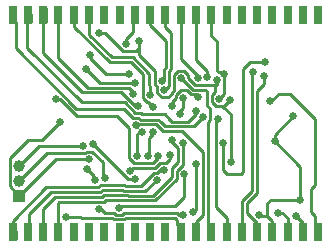
<source format=gbl>
G04*
G04 #@! TF.GenerationSoftware,Altium Limited,Altium Designer,20.0.2 (26)*
G04*
G04 Layer_Physical_Order=2*
G04 Layer_Color=16711680*
%FSLAX25Y25*%
%MOIN*%
G70*
G01*
G75*
%ADD11C,0.01000*%
%ADD35C,0.03937*%
%ADD36R,0.03937X0.03937*%
%ADD38C,0.02520*%
%ADD39R,0.03150X0.05906*%
D11*
X10913Y30078D02*
X25370D01*
X4189Y23354D02*
X10913Y30078D01*
X7114Y31941D02*
X11748D01*
X992Y25819D02*
X7114Y31941D01*
X992Y16551D02*
Y25819D01*
X39850Y65500D02*
X42250Y67900D01*
X53250Y56211D02*
Y64801D01*
X58776Y45286D02*
X59572Y46082D01*
X49506Y11795D02*
X56673Y18963D01*
X39819Y11795D02*
X49506D01*
X39764Y11850D02*
X39819Y11795D01*
X37378Y9772D02*
X55949D01*
X59033Y12856D01*
X3043Y-1075D02*
Y1756D01*
X1969Y4906D02*
X13180Y16117D01*
X7400Y7302D02*
X14615Y14517D01*
X16149Y12917D02*
X31837D01*
X12156Y8923D02*
X16149Y12917D01*
X17045Y10958D02*
X17404Y11317D01*
X7400Y1715D02*
Y7302D01*
X12156Y0D02*
Y8923D01*
X32414Y19236D02*
X32564Y19386D01*
X4189Y18354D02*
X13553Y27718D01*
X69658Y51920D02*
Y52205D01*
X54368Y25734D02*
Y26922D01*
X53007Y24373D02*
X54368Y25734D01*
X51197Y24373D02*
X53007D01*
X48785Y24223D02*
X50566Y26004D01*
X44364Y24223D02*
X48785D01*
X44359Y24219D02*
X44364Y24223D01*
X42404Y24219D02*
X44359D01*
X40740Y25883D02*
X42404Y24219D01*
X49448Y22623D02*
X51197Y24373D01*
X45026Y22623D02*
X49448D01*
X50111Y21023D02*
X51289Y22202D01*
X49090Y21023D02*
X50111D01*
X41737Y22324D02*
Y22623D01*
X41161Y21748D02*
X41737Y22324D01*
X45022Y22619D02*
X45026Y22623D01*
X41742Y22619D02*
X45022D01*
X41737Y22623D02*
X41742Y22619D01*
X69942Y51921D02*
Y51922D01*
Y51920D02*
Y51921D01*
X49282Y50711D02*
Y55021D01*
X50235Y47524D02*
Y49758D01*
X49282Y50711D02*
X50235Y49758D01*
X51642Y51689D02*
X51924D01*
X54238Y51049D02*
Y54330D01*
Y51049D02*
X54259Y51028D01*
Y49949D02*
Y51028D01*
X55838Y53667D02*
X57220Y55050D01*
X55838Y51712D02*
Y53667D01*
Y51712D02*
X55859Y51691D01*
Y48627D02*
Y51691D01*
X57977Y52690D02*
X58198D01*
X60558Y52469D02*
X62713Y50314D01*
X60558Y52469D02*
Y53667D01*
X59175Y55050D02*
X60558Y53667D01*
X57220Y55050D02*
X59175D01*
X52812Y48501D02*
X54259Y49949D01*
X54955Y47723D02*
X55859Y48627D01*
X47875Y46847D02*
Y49855D01*
X47682Y50049D02*
X47875Y49855D01*
X47059Y44487D02*
X48722Y42824D01*
X41450Y57850D02*
X45515Y53785D01*
Y45869D02*
Y53785D01*
X58009Y59081D02*
X64114Y52975D01*
X69429Y43634D02*
X69503D01*
X69824Y43313D01*
X71779D01*
X71829Y43362D01*
X72186Y43004D01*
X70802Y45673D02*
X70872D01*
X69942Y51920D02*
X69943Y51920D01*
X69942Y51922D02*
Y51996D01*
Y51922D02*
X69943Y51921D01*
X71746Y53850D02*
X72500D01*
X70920Y54675D02*
X71746Y53850D01*
X70525Y54675D02*
X70920D01*
X70000Y55200D02*
X70525Y54675D01*
X72500Y47300D02*
Y53850D01*
X69683Y51659D02*
X69943Y51920D01*
X69942Y51921D02*
X69943Y51921D01*
X66822Y52938D02*
Y54828D01*
X63690Y52674D02*
X63789D01*
X62713Y50314D02*
X69658D01*
X62050Y48714D02*
X66199D01*
X58158Y52606D02*
X62050Y48714D01*
X54259Y54351D02*
Y54958D01*
X54238Y54330D02*
X54259Y54351D01*
X63635Y46354D02*
Y46546D01*
X63023Y40878D02*
Y41634D01*
X62290Y36490D02*
X65350Y39550D01*
X67154Y1036D02*
Y38016D01*
X67710Y38572D01*
Y42461D01*
X69634Y38035D02*
X70555Y38957D01*
X69634Y9713D02*
Y38035D01*
X57650Y40450D02*
Y41550D01*
X55110Y38090D02*
X60490D01*
X52714Y36490D02*
X62290D01*
X58410Y34890D02*
X65293Y28007D01*
X52052Y34890D02*
X58410D01*
X49832Y37110D02*
X52052Y34890D01*
X66746Y43424D02*
Y48167D01*
X66199Y48714D02*
X66746Y48167D01*
X58915Y46082D02*
X59572D01*
X54959Y43356D02*
Y44434D01*
X48639Y42800D02*
X48699D01*
X42823Y43198D02*
X43919D01*
X39266Y44492D02*
X42920Y40838D01*
X39106Y42390D02*
X42257Y39238D01*
X52595Y48501D02*
X52812D01*
X50235Y47524D02*
X51618Y46142D01*
X45515Y45869D02*
X46898Y44487D01*
X54959Y44434D02*
X56555Y46030D01*
Y47060D01*
X57937Y48442D01*
X53734Y46142D02*
X54955Y47362D01*
Y47723D01*
X69942Y51921D02*
X69943Y51920D01*
X63023Y40878D02*
X63150Y40750D01*
X57937Y48442D02*
X60059D01*
X46898Y44487D02*
X47059D01*
X48699Y42800D02*
X48722Y42824D01*
X13232Y71169D02*
Y75878D01*
X38193Y47828D02*
X42823Y43198D01*
X25122Y47828D02*
X38193D01*
X52760Y40440D02*
X54223Y38977D01*
X59572Y46082D02*
X59579Y46090D01*
X58776Y42676D02*
Y45286D01*
X57650Y41550D02*
X58776Y42676D01*
X57894Y52606D02*
X58158D01*
X42920Y40838D02*
X44712D01*
X42257Y39238D02*
X44049D01*
X60059Y48442D02*
X61387Y47114D01*
X51618Y46142D02*
X53734D01*
X61387Y47114D02*
X63067D01*
X44049Y39238D02*
X44578Y38710D01*
X63789Y52674D02*
X63801Y52686D01*
X63813Y52674D01*
X44712Y40838D02*
X45110Y40440D01*
X63067Y47114D02*
X63635Y46546D01*
X69658Y50314D02*
X69658Y51920D01*
X69943Y50345D02*
Y51920D01*
X43100Y36775D02*
Y36850D01*
X36807Y39949D02*
X40740Y36016D01*
Y25883D02*
Y36016D01*
X68442Y46973D02*
X69429Y47960D01*
X68442Y46579D02*
Y46973D01*
X68440Y46578D02*
X68442Y46579D01*
X68440Y44622D02*
Y46578D01*
Y44622D02*
X69429Y43634D01*
X72186Y43004D02*
X74400Y45218D01*
X72186Y43004D02*
X74630Y40561D01*
X69429Y47960D02*
Y49831D01*
X70872Y45673D02*
X72500Y47300D01*
X69429Y49831D02*
X69943Y50345D01*
X66746Y43424D02*
X67710Y42461D01*
X63813Y52674D02*
X64114Y52975D01*
X90225Y7732D02*
X90482Y7990D01*
X28652Y30766D02*
X40462Y18955D01*
X30784Y8914D02*
Y8935D01*
X30764Y8956D02*
X30784Y8935D01*
X30764Y8956D02*
X31174Y9366D01*
X24756Y6100D02*
X35087D01*
X41752Y16650D02*
X41807Y16596D01*
X39546Y16650D02*
X41752D01*
X39320Y16876D02*
X39546Y16650D01*
X31270Y16876D02*
X39320D01*
X41090Y15050D02*
X41144Y14996D01*
X38883Y15050D02*
X41090D01*
X38657Y15276D02*
X38883Y15050D01*
X31933Y15276D02*
X38657D01*
X32369Y13450D02*
X40427D01*
X31837Y12917D02*
X32369Y13450D01*
X40427D02*
X40481Y13396D01*
X32499Y11317D02*
X33032Y11850D01*
X39764D01*
X36400Y7050D02*
X38355D01*
X35750Y7700D02*
X36400Y7050D01*
X32840Y7700D02*
X35750D01*
X35738Y5450D02*
X39018D01*
X35087Y6100D02*
X35738Y5450D01*
X38355Y7050D02*
X39006Y7700D01*
X39669Y6100D02*
X55987D01*
X39018Y5450D02*
X39669Y6100D01*
X37378Y9409D02*
Y9772D01*
X40481Y13396D02*
X48843D01*
X41144Y14996D02*
X46258D01*
X41807Y16596D02*
X44662D01*
X40462Y18955D02*
X42785D01*
X39006Y7700D02*
X56650D01*
X43500Y36375D02*
X44235Y37110D01*
X23338Y39949D02*
X36807D01*
X17837Y45450D02*
X23338Y39949D01*
X23160Y42390D02*
X39106D01*
X3043Y62507D02*
X23160Y42390D01*
X24958Y44492D02*
X39266D01*
X6900Y62550D02*
X24958Y44492D01*
X47185Y26583D02*
Y27285D01*
X51478Y22013D02*
X52378D01*
X51289Y22202D02*
X51478Y22013D01*
X43272Y26689D02*
X43382Y26579D01*
X48843Y13396D02*
X55073Y19626D01*
X46258Y14996D02*
X49975Y18713D01*
X26561Y27931D02*
X28517D01*
X26347Y27718D02*
X26561Y27931D01*
X13553Y27718D02*
X26347D01*
X44172Y34554D02*
X45216D01*
X44235Y37110D02*
X49832D01*
X45110Y40440D02*
X52760D01*
X32653Y19236D02*
Y19297D01*
X32414Y19236D02*
X32653D01*
X30511Y16117D02*
X31270Y16876D01*
X31174Y14517D02*
X31933Y15276D01*
X17404Y11317D02*
X32499D01*
X50028Y18660D02*
X50235D01*
X49975Y18713D02*
X50028Y18660D01*
X44662Y16596D02*
X49090Y21023D01*
X43272Y33654D02*
X44172Y34554D01*
X69634Y9713D02*
X73284Y6062D01*
X72155Y30817D02*
X72173Y30835D01*
X78720Y21283D02*
Y55764D01*
X78135Y20697D02*
X78720Y21283D01*
X73433Y20697D02*
X78135D01*
X72155Y21975D02*
X73433Y20697D01*
X72155Y21975D02*
Y30817D01*
X80968Y58012D02*
X86055D01*
X78720Y55764D02*
X80968Y58012D01*
X55000Y31213D02*
X55046Y31258D01*
Y32005D01*
X50566Y26733D02*
Y27413D01*
Y26004D02*
Y26733D01*
X47185Y27285D02*
X47366Y27466D01*
X43272Y26689D02*
Y33654D01*
X43100Y36775D02*
X43500Y36375D01*
X47366Y27301D02*
Y27466D01*
Y32559D01*
X48850Y34043D02*
Y34750D01*
X44578Y38710D02*
X50495D01*
X16431Y45450D02*
X17837D01*
X32564Y19386D02*
X32653Y19297D01*
X31986Y19964D02*
Y24463D01*
X28517Y27931D02*
X31986Y24463D01*
X29243Y18768D02*
X29533Y18477D01*
X26744Y22362D02*
X29243Y19864D01*
Y18768D02*
Y19864D01*
X14615Y14517D02*
X31174D01*
X13180Y16117D02*
X30511D01*
X24756Y6100D02*
X24829Y6173D01*
X19917D02*
X24829D01*
X16405Y25571D02*
X27541D01*
X4189Y13354D02*
X16405Y25571D01*
X31986Y19964D02*
X32564Y19386D01*
X31950Y20000D02*
X31986Y19964D01*
X992Y16551D02*
X4189Y13354D01*
X1969Y2559D02*
Y4906D01*
X73284Y0D02*
Y6062D01*
X52914Y69618D02*
Y74803D01*
Y69618D02*
X54860Y67672D01*
Y55558D02*
Y67672D01*
X47820Y70232D02*
X53250Y64801D01*
X47820Y70232D02*
Y74803D01*
X102777Y3634D02*
Y6546D01*
X101432Y7891D02*
X102777Y6546D01*
X101432Y7891D02*
Y15551D01*
X27847Y59319D02*
Y60248D01*
Y59319D02*
X33193Y53972D01*
X33256Y54035D02*
X40653D01*
X33193Y53972D02*
X33256Y54035D01*
X42113Y59450D02*
X47584Y53979D01*
X57270Y7080D02*
X58766D01*
X56650Y7700D02*
X57270Y7080D01*
X56925Y3634D02*
Y5162D01*
X55987Y6100D02*
X56925Y5162D01*
X17045Y204D02*
Y10958D01*
Y204D02*
X17249Y0D01*
X58000D02*
Y2559D01*
X56925Y3634D02*
X58000Y2559D01*
X31174Y9366D02*
X32840Y7700D01*
X17252Y59298D02*
Y74803D01*
X12050Y60900D02*
X25122Y47828D01*
X17252Y59298D02*
X27122Y49428D01*
X40782D01*
X42146Y48064D01*
X31222Y51028D02*
X42803D01*
X42146Y47213D02*
Y48064D01*
X43236Y61590D02*
X44193Y62547D01*
X38873Y61590D02*
X43236D01*
X44193Y62547D02*
Y64984D01*
Y60110D02*
Y62547D01*
Y60110D02*
X49282Y55021D01*
X26550Y55700D02*
X31222Y51028D01*
X63095Y4695D02*
X65293Y6893D01*
Y28007D01*
X62933Y8535D02*
Y23910D01*
X62252Y7854D02*
X62933Y8535D01*
X59033Y12856D02*
Y20590D01*
X56673Y21568D02*
X58650Y23545D01*
Y30900D01*
X56673Y18963D02*
Y21568D01*
X55073Y19626D02*
Y22574D01*
X57050Y24550D01*
Y29163D01*
X51924Y51689D02*
X52334Y52099D01*
Y55295D01*
X90583Y7732D02*
X91823Y7732D01*
X93662Y5893D01*
X90225Y7732D02*
X90583D01*
X55000Y31213D02*
X57050Y29163D01*
X47366Y32559D02*
X48850Y34043D01*
X65750Y55900D02*
X66822Y54828D01*
X32872Y67590D02*
X38873Y61590D01*
X30807Y67590D02*
X32872D01*
X35013Y59450D02*
X42113D01*
X27441Y67021D02*
X35013Y59450D01*
X27441Y67021D02*
Y74803D01*
X47584Y50146D02*
Y53979D01*
X54259Y54958D02*
X54860Y55558D01*
X52334Y55295D02*
X53250Y56211D01*
X51924Y51689D02*
X52061D01*
X52587Y48500D02*
X52589Y48501D01*
X50495Y38710D02*
X51304Y37900D01*
X42250Y67900D02*
Y74328D01*
X63103Y58547D02*
X65750Y55900D01*
X57894Y52606D02*
X57977Y52690D01*
X11748Y31941D02*
X17658Y37850D01*
X67154Y1036D02*
X68189Y0D01*
X74630Y24650D02*
Y40561D01*
X84193Y6890D02*
X84484Y6599D01*
X85495D01*
X85539Y6555D01*
X86862D01*
X80051Y7694D02*
X83473Y4272D01*
Y0D02*
Y4272D01*
X80051Y7694D02*
Y10934D01*
X86862Y10937D02*
X87980Y12055D01*
X86862Y6555D02*
Y10937D01*
Y6555D02*
X88369Y5048D01*
X83473Y48323D02*
X85850Y50700D01*
X83473Y14356D02*
Y48323D01*
X80051Y10934D02*
X83473Y14356D01*
X81873Y15019D02*
Y54273D01*
X78378Y11524D02*
X81873Y15019D01*
X78378Y0D02*
Y11524D01*
X93662Y0D02*
Y5893D01*
X89339Y33642D02*
X95492Y39795D01*
X89339Y31559D02*
Y33642D01*
Y31559D02*
X97858Y23039D01*
Y12055D02*
Y23039D01*
X87980Y12055D02*
X97858D01*
X88179Y44900D02*
X90618Y47339D01*
X87800Y44900D02*
X88179D01*
X90618Y47339D02*
X94492D01*
X102748Y39083D01*
Y16868D02*
Y39083D01*
X101432Y15551D02*
X102748Y16868D01*
X88369Y198D02*
X88568Y0D01*
X88369Y198D02*
Y5048D01*
X85850Y50700D02*
Y53350D01*
X81873Y54273D02*
X82050Y54450D01*
X70000Y55200D02*
Y64850D01*
X68197Y66653D02*
Y74803D01*
Y66653D02*
X70000Y64850D01*
X51304Y37900D02*
X52714Y36490D01*
X54223Y38977D02*
X55110Y38090D01*
X60490D02*
X63150Y40750D01*
X34350Y57850D02*
X41450D01*
X39850Y63950D02*
Y65500D01*
X58009Y59081D02*
Y74803D01*
X12158D02*
X13232Y75878D01*
X12050Y74696D02*
X12158Y74803D01*
X12050Y60900D02*
Y74696D01*
X6900Y62550D02*
Y71006D01*
X3043Y62507D02*
Y71169D01*
X63095Y0D02*
Y4695D01*
X2104Y2695D02*
X3043Y1756D01*
X2104Y2695D02*
Y2695D01*
X7062Y1377D02*
X7400Y1715D01*
X7062Y1377D02*
Y2559D01*
Y0D02*
Y1377D01*
X1969Y2559D02*
X2104Y2695D01*
X1969Y0D02*
Y2559D01*
Y0D02*
X3043Y-1075D01*
X98757Y0D02*
Y4343D01*
X96550Y6550D02*
X98757Y4343D01*
X103851Y0D02*
Y2559D01*
X102777Y3634D02*
X103851Y2559D01*
X22347Y74803D02*
X22445Y74705D01*
Y69755D02*
Y74705D01*
Y69755D02*
X34350Y57850D01*
X12158Y72244D02*
Y74803D01*
Y72244D02*
X13232Y71169D01*
X42250Y74328D02*
X42725Y74803D01*
X63103Y58547D02*
Y74803D01*
X7600Y71707D02*
X8138Y71169D01*
X7600Y71707D02*
Y71707D01*
X6900Y71006D02*
X7600Y71707D01*
X7063Y72244D02*
Y74803D01*
X8138Y71169D02*
Y73728D01*
X7063Y74803D02*
X8138Y73728D01*
Y71169D02*
Y71169D01*
X8138Y71169D01*
X7332Y71975D02*
X7600Y71707D01*
X7063Y72244D02*
X7600Y71707D01*
X8138Y71169D02*
X8138D01*
X1969Y72244D02*
Y74803D01*
Y72244D02*
X3043Y71169D01*
D35*
X4189Y23354D02*
D03*
Y18354D02*
D03*
D36*
Y13354D02*
D03*
D38*
X51642Y51689D02*
D03*
X58198Y52690D02*
D03*
X70802Y45673D02*
D03*
X69942Y51996D02*
D03*
X72500Y53850D02*
D03*
X66822Y52938D02*
D03*
X63690Y52674D02*
D03*
X63635Y46354D02*
D03*
X63023Y41634D02*
D03*
X65350Y39550D02*
D03*
X57650Y40450D02*
D03*
X58915Y46082D02*
D03*
X54959Y43356D02*
D03*
X48639Y42800D02*
D03*
X43919Y43198D02*
D03*
X52595Y48501D02*
D03*
X47875Y46847D02*
D03*
X43100Y36850D02*
D03*
X74400Y45218D02*
D03*
X30784Y8914D02*
D03*
X37378Y9409D02*
D03*
X42785Y18955D02*
D03*
X47185Y26583D02*
D03*
X52378Y22013D02*
D03*
X43382Y26579D02*
D03*
X28606Y30720D02*
D03*
X25370Y30078D02*
D03*
X41161Y21748D02*
D03*
X45216Y34554D02*
D03*
X32653Y19236D02*
D03*
X50235Y18660D02*
D03*
X72173Y30835D02*
D03*
X86055Y58012D02*
D03*
X55046Y32005D02*
D03*
X50566Y26733D02*
D03*
X48850Y34750D02*
D03*
X70555Y38957D02*
D03*
X29533Y18477D02*
D03*
X26744Y22362D02*
D03*
X19917Y6173D02*
D03*
X27541Y25571D02*
D03*
X27847Y60248D02*
D03*
X40653Y54035D02*
D03*
X58766Y7080D02*
D03*
X42803Y51028D02*
D03*
X42146Y47213D02*
D03*
X26550Y55700D02*
D03*
X62933Y23910D02*
D03*
X54368Y26922D02*
D03*
X59033Y20590D02*
D03*
X62252Y7854D02*
D03*
X90583Y7732D02*
D03*
X30807Y67590D02*
D03*
X44193Y64984D02*
D03*
X17658Y37850D02*
D03*
X74630Y24650D02*
D03*
X84193Y6890D02*
D03*
X89339Y31559D02*
D03*
X95492Y39795D02*
D03*
X97858Y12055D02*
D03*
X87800Y44900D02*
D03*
X85850Y53350D02*
D03*
X82050Y54450D02*
D03*
X16431Y45450D02*
D03*
X58650Y30900D02*
D03*
X39850Y63950D02*
D03*
X96550Y6550D02*
D03*
D39*
X98757Y1181D02*
D03*
X93662D02*
D03*
X103851D02*
D03*
X88568D02*
D03*
X58000D02*
D03*
X63095D02*
D03*
X68189D02*
D03*
X73284D02*
D03*
X78378D02*
D03*
X83473D02*
D03*
X52906D02*
D03*
X47811D02*
D03*
X42717D02*
D03*
X12156D02*
D03*
X17249D02*
D03*
X22343D02*
D03*
X27436D02*
D03*
X32530D02*
D03*
X37623D02*
D03*
X7062D02*
D03*
X1969D02*
D03*
X7063Y73622D02*
D03*
X12158D02*
D03*
X1969D02*
D03*
X17252D02*
D03*
X47820D02*
D03*
X42725D02*
D03*
X37630D02*
D03*
X32536D02*
D03*
X27441D02*
D03*
X22347D02*
D03*
X52914D02*
D03*
X58009D02*
D03*
X63103D02*
D03*
X93664D02*
D03*
X88571D02*
D03*
X83477D02*
D03*
X78384D02*
D03*
X73290D02*
D03*
X68197D02*
D03*
X98758D02*
D03*
X103851D02*
D03*
M02*

</source>
